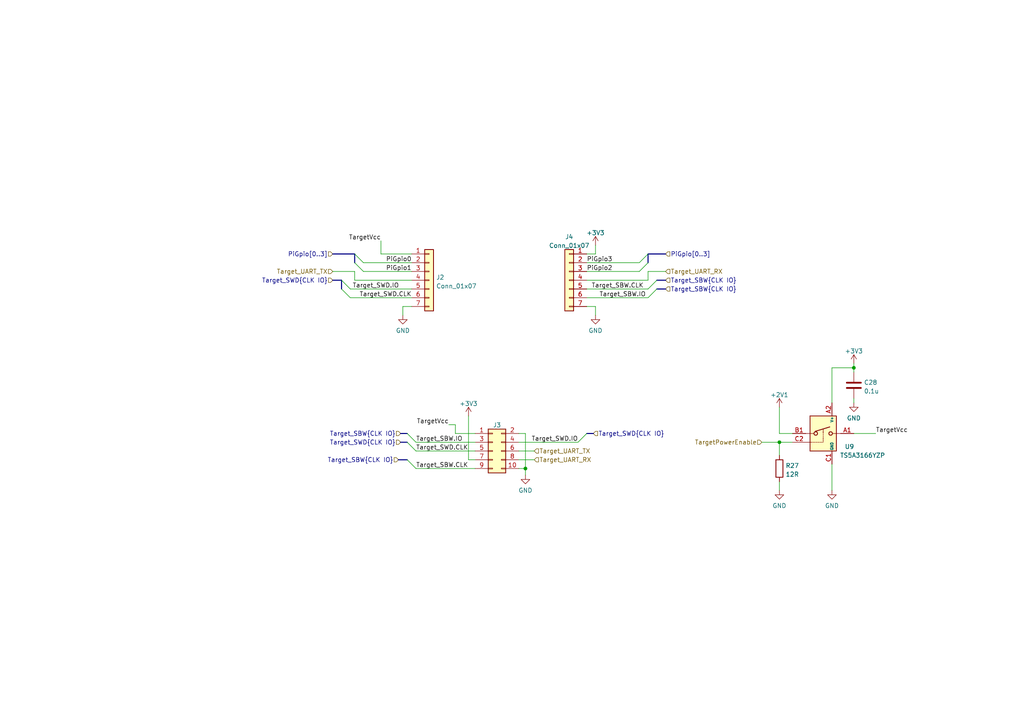
<source format=kicad_sch>
(kicad_sch (version 20211123) (generator eeschema)
  (paper "A4")
  (lib_symbols
    (symbol "Connector_Generic:Conn_01x07" (pin_names (offset 1.016) hide)
      (property "Reference" "J" (at 0 10.16 0))
      (property "Value" "Conn_01x07" (at 0 -10.16 0))
      (symbol "Conn_01x07_1_1"
        (rectangle (start -1.27 -7.493) (end 0 -7.747) (stroke (width 0.1524)))
        (rectangle (start -1.27 -4.953) (end 0 -5.207) (stroke (width 0.1524)))
        (rectangle (start -1.27 -2.413) (end 0 -2.667) (stroke (width 0.1524)))
        (rectangle (start -1.27 0.127) (end 0 -0.127) (stroke (width 0.1524)))
        (rectangle (start -1.27 2.667) (end 0 2.413) (stroke (width 0.1524)))
        (rectangle (start -1.27 5.207) (end 0 4.953) (stroke (width 0.1524)))
        (rectangle (start -1.27 7.747) (end 0 7.493) (stroke (width 0.1524)))
        (rectangle (start -1.27 8.89) (end 1.27 -8.89) (stroke (width 0.254)) (fill (type background)))
        (pin passive line (at -5.08 7.62 0) (length 3.81) (name "Pin_1") (number "1"))
        (pin passive line (at -5.08 5.08 0) (length 3.81) (name "Pin_2") (number "2"))
        (pin passive line (at -5.08 2.54 0) (length 3.81) (name "Pin_3") (number "3"))
        (pin passive line (at -5.08 0 0) (length 3.81) (name "Pin_4") (number "4"))
        (pin passive line (at -5.08 -2.54 0) (length 3.81) (name "Pin_5") (number "5"))
        (pin passive line (at -5.08 -5.08 0) (length 3.81) (name "Pin_6") (number "6"))
        (pin passive line (at -5.08 -7.62 0) (length 3.81) (name "Pin_7") (number "7"))
      )
    )
    (symbol "Connector_Generic:Conn_02x05_Odd_Even" (pin_names (offset 1.016) hide)
      (property "Reference" "J" (at 1.27 7.62 0))
      (property "Value" "Conn_02x05_Odd_Even" (at 1.27 -7.62 0))
      (symbol "Conn_02x05_Odd_Even_1_1"
        (rectangle (start -1.27 -4.953) (end 0 -5.207) (stroke (width 0.1524)))
        (rectangle (start -1.27 -2.413) (end 0 -2.667) (stroke (width 0.1524)))
        (rectangle (start -1.27 0.127) (end 0 -0.127) (stroke (width 0.1524)))
        (rectangle (start -1.27 2.667) (end 0 2.413) (stroke (width 0.1524)))
        (rectangle (start -1.27 5.207) (end 0 4.953) (stroke (width 0.1524)))
        (rectangle (start -1.27 6.35) (end 3.81 -6.35) (stroke (width 0.254)) (fill (type background)))
        (rectangle (start 3.81 -4.953) (end 2.54 -5.207) (stroke (width 0.1524)))
        (rectangle (start 3.81 -2.413) (end 2.54 -2.667) (stroke (width 0.1524)))
        (rectangle (start 3.81 0.127) (end 2.54 -0.127) (stroke (width 0.1524)))
        (rectangle (start 3.81 2.667) (end 2.54 2.413) (stroke (width 0.1524)))
        (rectangle (start 3.81 5.207) (end 2.54 4.953) (stroke (width 0.1524)))
        (pin passive line (at -5.08 5.08 0) (length 3.81) (name "Pin_1") (number "1"))
        (pin passive line (at 7.62 -5.08 180) (length 3.81) (name "Pin_10") (number "10"))
        (pin passive line (at 7.62 5.08 180) (length 3.81) (name "Pin_2") (number "2"))
        (pin passive line (at -5.08 2.54 0) (length 3.81) (name "Pin_3") (number "3"))
        (pin passive line (at 7.62 2.54 180) (length 3.81) (name "Pin_4") (number "4"))
        (pin passive line (at -5.08 0 0) (length 3.81) (name "Pin_5") (number "5"))
        (pin passive line (at 7.62 0 180) (length 3.81) (name "Pin_6") (number "6"))
        (pin passive line (at -5.08 -2.54 0) (length 3.81) (name "Pin_7") (number "7"))
        (pin passive line (at 7.62 -2.54 180) (length 3.81) (name "Pin_8") (number "8"))
        (pin passive line (at -5.08 -5.08 0) (length 3.81) (name "Pin_9") (number "9"))
      )
    )
    (symbol "Device:C" (pin_numbers hide) (pin_names (offset 0.254))
      (property "Reference" "C" (at 0.635 2.54 0))
      (property "Value" "C" (at 0.635 -2.54 0))
      (symbol "C_0_1"
        (polyline (pts (xy -2.032 -0.762) (xy 2.032 -0.762)) (stroke (width 0.508)))
        (polyline (pts (xy -2.032 0.762) (xy 2.032 0.762)) (stroke (width 0.508)))
      )
      (symbol "C_1_1"
        (pin passive line (at 0 3.81 270) (length 2.794) (name "~") (number "1"))
        (pin passive line (at 0 -3.81 90) (length 2.794) (name "~") (number "2"))
      )
    )
    (symbol "Device:R" (pin_numbers hide) (pin_names (offset 0))
      (property "Reference" "R" (at 2.032 0 90))
      (property "Value" "R" (at 0 0 90))
      (symbol "R_0_1"
        (rectangle (start -1.016 -2.54) (end 1.016 2.54) (stroke (width 0.254)))
      )
      (symbol "R_1_1"
        (pin passive line (at 0 3.81 270) (length 1.27) (name "~") (number "1"))
        (pin passive line (at 0 -3.81 90) (length 1.27) (name "~") (number "2"))
      )
    )
    (symbol "power:+3V3" (power) (pin_names (offset 0))
      (property "Value" "+3V3" (at 0 3.556 0))
      (symbol "+3V3_0_1"
        (polyline (pts (xy -0.762 1.27) (xy 0 2.54)))
        (polyline (pts (xy 0 0) (xy 0 2.54)))
        (polyline (pts (xy 0 2.54) (xy 0.762 1.27)))
      )
      (symbol "+3V3_1_1"
        (pin power_in line (at 0 0 90) (length 0) hide (name "+3V3") (number "1"))
      )
    )
    (symbol "power:GND" (power) (pin_names (offset 0))
      (property "Value" "GND" (at 0 -3.81 0))
      (symbol "GND_0_1"
        (polyline (pts (xy 0 0) (xy 0 -1.27) (xy 1.27 -1.27) (xy 0 -2.54) (xy -1.27 -1.27) (xy 0 -1.27)))
      )
      (symbol "GND_1_1"
        (pin power_in line (at 0 0 270) (length 0) hide (name "GND") (number "1"))
      )
    )
    (symbol "riotee:+2V1" (power) (pin_names (offset 0))
      (property "Value" "+2V1" (at 0 3.556 0))
      (symbol "+2V1_0_1"
        (polyline (pts (xy -0.762 1.27) (xy 0 2.54)))
        (polyline (pts (xy 0 0) (xy 0 2.54)))
        (polyline (pts (xy 0 2.54) (xy 0.762 1.27)))
      )
      (symbol "+2V1_1_1"
        (pin power_in line (at 0 0 90) (length 0) hide (name "+2V1") (number "1"))
      )
    )
    (symbol "riotee:TS5A3166YZP" (pin_names (offset 0.127))
      (property "Reference" "U" (at -3.81 6.35 0))
      (property "Value" "TS5A3166YZP" (at -5.08 -20.32 0))
      (symbol "TS5A3166YZP_0_1"
        (polyline (pts (xy -5.08 -2.54) (xy -3.302 -2.54)))
        (polyline (pts (xy -3.048 -2.54) (xy -2.794 -2.54)))
        (polyline (pts (xy -2.54 -2.54) (xy -2.286 -2.54)))
        (polyline (pts (xy -2.032 -2.54) (xy -1.778 -2.54)))
        (polyline (pts (xy -1.524 -2.54) (xy -1.27 -2.54)))
        (polyline (pts (xy -1.016 -2.54) (xy -0.762 -2.54)))
        (polyline (pts (xy -0.508 -2.54) (xy -0.254 -2.54)))
        (polyline (pts (xy 0 -2.032) (xy 0 -1.778)))
        (polyline (pts (xy 0 -1.524) (xy 0 -1.27)))
      )
      (symbol "TS5A3166YZP_1_1"
        (rectangle (start -3.81 5.08) (end 3.81 -5.08) (stroke (width 0.254)) (fill (type background)))
        (circle (center -2.159 0) (radius 0.508) (stroke (width 0.254)))
        (polyline (pts (xy -5.08 0) (xy -2.794 0)))
        (polyline (pts (xy -2.286 0.635) (xy 1.905 1.905)) (stroke (width 0.254)))
        (polyline (pts (xy 0 -2.54) (xy 0 -2.286)))
        (polyline (pts (xy 0 -2.032) (xy 0 -1.778)))
        (polyline (pts (xy 0 -1.524) (xy 0 -1.27)))
        (polyline (pts (xy 0 -1.016) (xy 0 -0.762)))
        (polyline (pts (xy 0 -0.508) (xy 0 -0.254)))
        (polyline (pts (xy 0 0) (xy 0 0.508)))
        (polyline (pts (xy 0 0.254) (xy 0 1.27)))
        (polyline (pts (xy 5.08 0) (xy 2.794 0)))
        (circle (center 2.159 0) (radius 0.508) (stroke (width 0.254)))
        (pin passive line (at 8.89 0 180) (length 3.81) (name "~") (number "A1"))
        (pin power_in line (at 2.54 8.89 270) (length 3.81) (name "V+") (number "A2"))
        (pin passive line (at -8.89 0 0) (length 3.81) (name "~") (number "B1"))
        (pin power_in line (at 2.54 -8.89 90) (length 3.81) (name "GND") (number "C1"))
        (pin input line (at -8.89 -2.54 0) (length 3.81) (name "~") (number "C2"))
      )
    )
  )
  (junction (at 152.4 135.89))
  (junction (at 247.65 106.68))
  (junction (at 226.06 128.27))
  (bus_entry (at 190.5 81.28) (size -2.54 2.54))
  (bus_entry (at 102.87 76.2) (size 2.54 2.54))
  (bus_entry (at 190.5 83.82) (size -2.54 2.54))
  (bus_entry (at 118.11 125.73) (size 2.54 2.54))
  (bus_entry (at 187.96 73.66) (size -2.54 2.54))
  (bus_entry (at 118.11 128.27) (size 2.54 2.54))
  (bus_entry (at 99.06 81.28) (size 2.54 2.54))
  (bus_entry (at 187.96 76.2) (size -2.54 2.54))
  (bus_entry (at 118.11 133.35) (size 2.54 2.54))
  (bus_entry (at 170.18 125.73) (size -2.54 2.54))
  (bus_entry (at 102.87 73.66) (size 2.54 2.54))
  (bus_entry (at 99.06 83.82) (size 2.54 2.54))
  (wire (pts (xy 170.18 76.2) (xy 185.42 76.2)))
  (wire (pts (xy 102.87 78.74) (xy 96.52 78.74)))
  (bus (pts (xy 193.04 73.66) (xy 187.96 73.66)))
  (wire (pts (xy 101.6 86.36) (xy 119.38 86.36)))
  (wire (pts (xy 187.96 83.82) (xy 170.18 83.82)))
  (wire (pts (xy 152.4 125.73) (xy 150.495 125.73)))
  (wire (pts (xy 241.3 106.68) (xy 247.65 106.68)))
  (wire (pts (xy 241.3 134.62) (xy 241.3 142.24)))
  (wire (pts (xy 105.41 78.74) (xy 119.38 78.74)))
  (wire (pts (xy 170.18 73.66) (xy 172.72 73.66)))
  (wire (pts (xy 116.84 88.9) (xy 119.38 88.9)))
  (bus (pts (xy 99.06 81.28) (xy 99.06 83.82)))
  (wire (pts (xy 150.495 130.81) (xy 154.94 130.81)))
  (bus (pts (xy 190.5 81.28) (xy 193.04 81.28)))
  (wire (pts (xy 226.06 128.27) (xy 229.87 128.27)))
  (wire (pts (xy 152.4 125.73) (xy 152.4 135.89)))
  (wire (pts (xy 172.72 91.44) (xy 172.72 88.9)))
  (wire (pts (xy 172.72 73.66) (xy 172.72 71.12)))
  (bus (pts (xy 102.87 73.66) (xy 102.87 76.2)))
  (bus (pts (xy 96.52 81.28) (xy 99.06 81.28)))
  (wire (pts (xy 226.06 125.73) (xy 229.87 125.73)))
  (wire (pts (xy 102.87 81.28) (xy 102.87 78.74)))
  (wire (pts (xy 105.41 76.2) (xy 119.38 76.2)))
  (wire (pts (xy 226.06 128.27) (xy 226.06 132.08)))
  (wire (pts (xy 187.96 86.36) (xy 170.18 86.36)))
  (wire (pts (xy 247.65 115.57) (xy 247.65 116.84)))
  (wire (pts (xy 247.65 125.73) (xy 254 125.73)))
  (wire (pts (xy 132.08 125.73) (xy 137.795 125.73)))
  (wire (pts (xy 150.495 133.35) (xy 154.94 133.35)))
  (wire (pts (xy 187.96 81.28) (xy 170.18 81.28)))
  (wire (pts (xy 130.175 123.19) (xy 132.08 123.19)))
  (wire (pts (xy 247.65 105.41) (xy 247.65 106.68)))
  (wire (pts (xy 116.84 91.44) (xy 116.84 88.9)))
  (wire (pts (xy 132.08 123.19) (xy 132.08 125.73)))
  (wire (pts (xy 110.49 73.66) (xy 110.49 69.85)))
  (wire (pts (xy 137.795 135.89) (xy 120.65 135.89)))
  (wire (pts (xy 137.795 133.35) (xy 135.89 133.35)))
  (wire (pts (xy 172.72 88.9) (xy 170.18 88.9)))
  (bus (pts (xy 172.085 125.73) (xy 170.18 125.73)))
  (bus (pts (xy 118.11 133.35) (xy 115.57 133.35)))
  (bus (pts (xy 187.96 73.66) (xy 187.96 76.2)))
  (wire (pts (xy 152.4 135.89) (xy 152.4 137.795)))
  (wire (pts (xy 170.18 78.74) (xy 185.42 78.74)))
  (wire (pts (xy 135.89 120.65) (xy 135.89 133.35)))
  (wire (pts (xy 226.06 139.7) (xy 226.06 142.24)))
  (wire (pts (xy 193.04 78.74) (xy 187.96 78.74)))
  (wire (pts (xy 119.38 73.66) (xy 110.49 73.66)))
  (wire (pts (xy 120.65 130.81) (xy 137.795 130.81)))
  (wire (pts (xy 150.495 135.89) (xy 152.4 135.89)))
  (bus (pts (xy 193.04 83.82) (xy 190.5 83.82)))
  (wire (pts (xy 167.64 128.27) (xy 150.495 128.27)))
  (wire (pts (xy 220.98 128.27) (xy 226.06 128.27)))
  (bus (pts (xy 116.205 128.27) (xy 118.11 128.27)))
  (wire (pts (xy 247.65 106.68) (xy 247.65 107.95)))
  (wire (pts (xy 101.6 83.82) (xy 119.38 83.82)))
  (wire (pts (xy 226.06 118.11) (xy 226.06 125.73)))
  (wire (pts (xy 187.96 81.28) (xy 187.96 78.74)))
  (wire (pts (xy 241.3 116.84) (xy 241.3 106.68)))
  (bus (pts (xy 116.205 125.73) (xy 118.11 125.73)))
  (wire (pts (xy 120.65 128.27) (xy 137.795 128.27)))
  (wire (pts (xy 102.87 81.28) (xy 119.38 81.28)))
  (bus (pts (xy 96.52 73.66) (xy 102.87 73.66)))
  (label "Target_SWD.CLK" (at 120.65 130.81 0))
  (label "Target_SBW.IO" (at 187.325 86.36 180))
  (label "Target_SWD.IO" (at 102.235 83.82 0))
  (label "Target_SBW.IO" (at 120.65 128.27 0))
  (label "Target_SBW.CLK" (at 120.65 135.89 0))
  (label "TargetVcc" (at 254 125.73 0))
  (label "Target_SWD.CLK" (at 119.38 86.36 180))
  (label "PiGpio2" (at 170.18 78.74 0))
  (label "TargetVcc" (at 130.175 123.19 180))
  (label "Target_SWD.IO" (at 167.64 128.27 180))
  (label "TargetVcc" (at 110.49 69.85 180))
  (label "Target_SBW.CLK" (at 186.69 83.82 180))
  (label "PiGpio0" (at 119.38 76.2 180))
  (label "PiGpio3" (at 170.18 76.2 0))
  (label "PiGpio1" (at 119.38 78.74 180))
  (hierarchical_label "Target_SWD{CLK IO}" (shape input) (at 116.205 128.27 180))
  (hierarchical_label "Target_SWD{CLK IO}" (shape input) (at 172.085 125.73 0))
  (hierarchical_label "Target_SBW{CLK IO}" (shape input) (at 115.57 133.35 180))
  (hierarchical_label "Target_UART_RX" (shape input) (at 193.04 78.74 0))
  (hierarchical_label "Target_UART_TX" (shape input) (at 96.52 78.74 180))
  (hierarchical_label "Target_SBW{CLK IO}" (shape input) (at 193.04 83.82 0))
  (hierarchical_label "TargetPowerEnable" (shape input) (at 220.98 128.27 180))
  (hierarchical_label "PiGpio[0..3]" (shape input) (at 193.04 73.66 0))
  (hierarchical_label "Target_SWD{CLK IO}" (shape input) (at 96.52 81.28 180))
  (hierarchical_label "Target_SBW{CLK IO}" (shape input) (at 116.205 125.73 180))
  (hierarchical_label "Target_SBW{CLK IO}" (shape input) (at 193.04 81.28 0))
  (hierarchical_label "PiGpio[0..3]" (shape input) (at 96.52 73.66 180))
  (hierarchical_label "Target_UART_RX" (shape input) (at 154.94 133.35 0))
  (hierarchical_label "Target_UART_TX" (shape input) (at 154.94 130.81 0))
  (symbol (lib_id "Connector_Generic:Conn_02x05_Odd_Even") (at 142.875 130.81 0) (unit 1)
    (property "Reference" "J3" (at 144.145 123.2972 0))
    (property "Value" "Conn_02x05_Odd_Even" (effects hide))
    (property "Footprint" "Connector_IDC:IDC-Header_2x05_P2.54mm_Vertical_SMD" (effects hide))
  )
  (symbol (lib_id "power:+3V3") (at 172.72 71.12 0) (mirror y) (unit 1)
    (property "Reference" "#PWR053" (effects hide))
    (property "Value" "+3V3" (at 172.72 67.5442 0))
  )
  (symbol (lib_id "Connector_Generic:Conn_01x07") (at 124.46 81.28 0) (unit 1)
    (property "Reference" "J2" (at 126.492 80.4453 0) (effects (justify left)))
    (property "Value" "Conn_01x07" (at 126.492 82.9822 0) (effects (justify left)))
    (property "Footprint" "riotee:PinHeader_1x07_P2.54mm_Plain" (effects hide))
  )
  (symbol (lib_id "power:+3V3") (at 247.65 105.41 0) (mirror y) (unit 1)
    (property "Reference" "#PWR058" (effects hide))
    (property "Value" "+3V3" (at 247.65 101.8342 0))
  )
  (symbol (lib_id "riotee:TS5A3166YZP") (at 238.76 125.73 0) (unit 1)
    (property "Reference" "U9" (at 246.38 129.54 0))
    (property "Value" "TS5A3166YZP" (at 250.19 132.08 0))
    (property "Footprint" "riotee:TI_YZP0005" (effects hide))
    (property "Datasheet" " http://www.ti.com/lit/ds/symlink/ts5a3166.pdf" (effects hide))
  )
  (symbol (lib_id "power:GND") (at 152.4 137.795 0) (unit 1)
    (property "Reference" "#PWR052" (effects hide))
    (property "Value" "GND" (at 152.4 142.2384 0))
  )
  (symbol (lib_id "power:+3V3") (at 135.89 120.65 0) (unit 1)
    (property "Reference" "#PWR051" (effects hide))
    (property "Value" "+3V3" (at 135.89 117.0742 0))
  )
  (symbol (lib_id "power:GND") (at 226.06 142.24 0) (mirror y) (unit 1)
    (property "Reference" "#PWR056" (effects hide))
    (property "Value" "GND" (at 226.06 146.6834 0))
  )
  (symbol (lib_id "power:GND") (at 116.84 91.44 0) (unit 1)
    (property "Reference" "#PWR050" (effects hide))
    (property "Value" "GND" (at 116.84 95.8834 0))
  )
  (symbol (lib_id "Connector_Generic:Conn_01x07") (at 165.1 81.28 0) (mirror y) (unit 1)
    (property "Reference" "J4" (at 165.1 68.6902 0))
    (property "Value" "Conn_01x07" (at 165.1 71.2271 0))
    (property "Footprint" "riotee:PinHeader_1x07_P2.54mm_Plain" (effects hide))
  )
  (symbol (lib_id "power:GND") (at 172.72 91.44 0) (mirror y) (unit 1)
    (property "Reference" "#PWR054" (effects hide))
    (property "Value" "GND" (at 172.72 95.8834 0))
  )
  (symbol (lib_id "riotee:+2V1") (at 226.06 118.11 0) (unit 1)
    (property "Reference" "#PWR0101" (effects hide))
    (property "Value" "+2V1" (at 226.06 114.5342 0))
  )
  (symbol (lib_id "power:GND") (at 241.3 142.24 0) (mirror y) (unit 1)
    (property "Reference" "#PWR057" (effects hide))
    (property "Value" "GND" (at 241.3 146.6834 0))
  )
  (symbol (lib_id "Device:C") (at 247.65 111.76 0) (unit 1)
    (property "Reference" "C28" (at 250.571 110.9253 0) (effects (justify left)))
    (property "Value" "0.1u" (at 250.571 113.4622 0) (effects (justify left)))
    (property "Footprint" "Capacitor_SMD:C_0402_1005Metric" (effects hide))
  )
  (symbol (lib_id "Device:R") (at 226.06 135.89 180) (unit 1)
    (property "Reference" "R27" (at 227.838 135.0553 0) (effects (justify right)))
    (property "Value" "12R" (at 227.838 137.5922 0) (effects (justify right)))
    (property "Footprint" "Resistor_SMD:R_0402_1005Metric" (effects hide))
  )
  (symbol (lib_id "power:GND") (at 247.65 116.84 0) (mirror y) (unit 1)
    (property "Reference" "#PWR059" (effects hide))
    (property "Value" "GND" (at 247.65 121.2834 0))
  )
)
</source>
